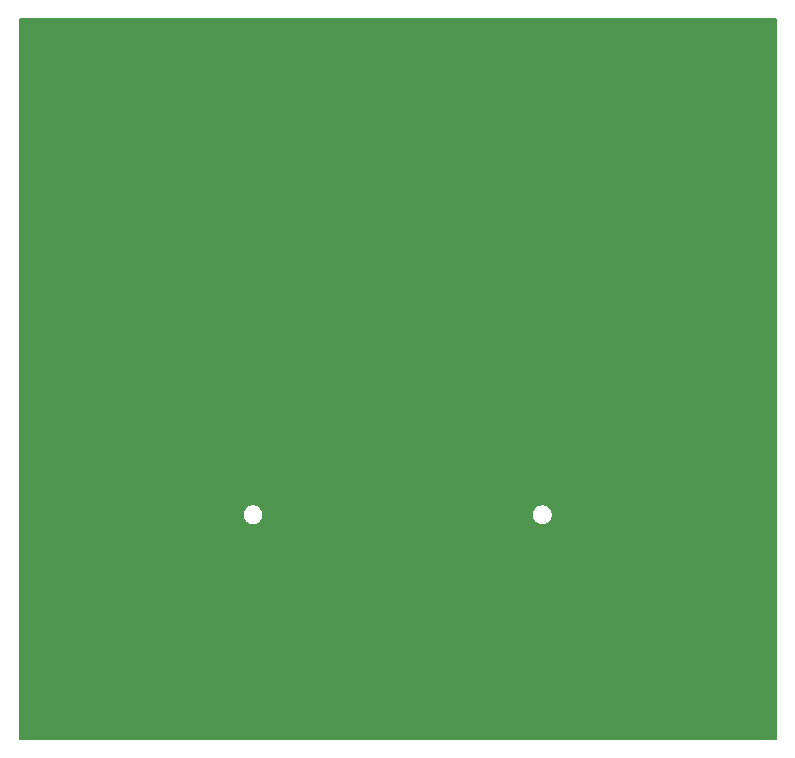
<source format=gts>
G04*
G04 #@! TF.GenerationSoftware,Altium Limited,Altium Designer,20.0.14 (345)*
G04*
G04 Layer_Color=8388736*
%FSLAX44Y44*%
%MOMM*%
G71*
G01*
G75*
%ADD10R,64.0000X0.6925*%
%ADD11R,0.6925X61.0000*%
%ADD12C,0.1270*%
%ADD13C,3.8632*%
G36*
Y610000D02*
D01*
X640000D01*
D01*
X0D01*
D02*
G37*
G36*
X634821Y5179D02*
X5179D01*
X5179Y604821D01*
X634821D01*
X634821Y5179D01*
D02*
G37*
%LPC*%
G36*
X198351Y198010D02*
X196776D01*
X195230Y197703D01*
X193774Y197099D01*
X192464Y196224D01*
X191350Y195110D01*
X190474Y193799D01*
X189871Y192344D01*
X189564Y190798D01*
Y190010D01*
Y189222D01*
X189871Y187677D01*
X190474Y186221D01*
X191350Y184910D01*
X192464Y183796D01*
X193774Y182920D01*
X195230Y182317D01*
X196776Y182010D01*
X198351D01*
X199897Y182317D01*
X201353Y182920D01*
X202663Y183796D01*
X203778Y184910D01*
X204653Y186221D01*
X205256Y187677D01*
X205564Y189222D01*
Y190010D01*
Y190798D01*
X205256Y192344D01*
X204653Y193799D01*
X203778Y195110D01*
X202663Y196224D01*
X201353Y197099D01*
X199897Y197703D01*
X198351Y198010D01*
D02*
G37*
G36*
X443351Y197980D02*
X441776D01*
X440230Y197673D01*
X438774Y197069D01*
X437464Y196194D01*
X436349Y195080D01*
X435474Y193769D01*
X434871Y192313D01*
X434563Y190768D01*
Y189980D01*
Y189192D01*
X434871Y187647D01*
X435474Y186191D01*
X436349Y184880D01*
X437464Y183766D01*
X438774Y182890D01*
X440230Y182287D01*
X441776Y181980D01*
X443351D01*
X444897Y182287D01*
X446353Y182890D01*
X447663Y183766D01*
X448778Y184880D01*
X449653Y186191D01*
X450256Y187647D01*
X450564Y189192D01*
Y189980D01*
Y190768D01*
X450256Y192313D01*
X449653Y193769D01*
X448778Y195080D01*
X447663Y196194D01*
X446353Y197069D01*
X444897Y197673D01*
X443351Y197980D01*
D02*
G37*
%LPD*%
D10*
X320000Y3463D02*
D03*
Y606537D02*
D03*
D11*
X3526Y305000D02*
D03*
X636506D02*
D03*
D12*
X640000Y610000D02*
X640000Y0D01*
X0D02*
X640000D01*
X0Y610000D02*
X640000D01*
X-0D02*
X0Y0D01*
D13*
X40000Y490000D02*
D03*
X600000D02*
D03*
X320000Y40000D02*
D03*
M02*

</source>
